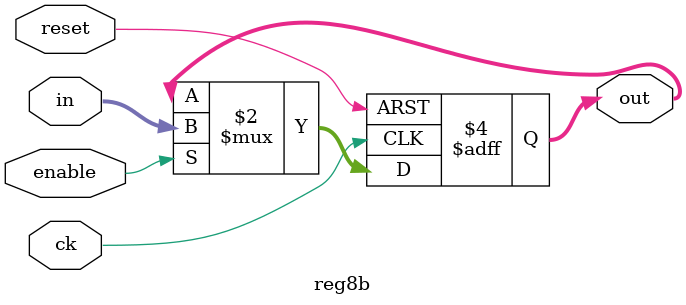
<source format=v>
`timescale 1ns/1ns

module reg8b (in, out, ck, reset, enable);
  input [7:0] in;
  output [7:0] out;
  input ck, reset, enable;

  reg [7:0] out;

  always @(posedge ck or posedge reset)
    if (reset)
	   out <= 8'd0;
	 else
		if (enable)
		  out <= in;
endmodule

</source>
